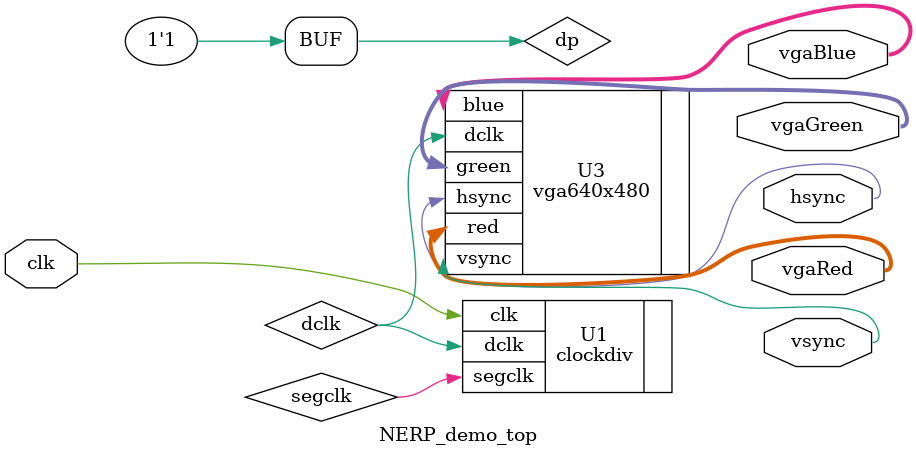
<source format=v>
`timescale 1ns / 1ps
module NERP_demo_top(
	input wire clk,			//master clock = 50MHz x 100MHz o
	//input wire clr,			//right-most pushbutton for reset
//	output wire [6:0] seg,	//7-segment display LEDs
//	output wire [3:0] an,	//7-segment display anode enable
//	output wire dp,			//7-segment display decimal point
	output wire [2:0] vgaRed,	//red vga output - 3 bits
	output wire [2:0] vgaGreen,//green vga output - 3 bits
	output wire [1:0] vgaBlue,	//blue vga output - 2 bits
	output wire hsync,		//horizontal sync out
	output wire vsync			//vertical sync out
	);

// 7-segment clock interconnect
wire segclk;

// VGA display clock interconnect
wire dclk;

// disable the 7-segment decimal points
assign dp = 1;

// generate 7-segment clock & display clock
clockdiv U1(
	.clk(clk),
	//.clr(clr),
	.segclk(segclk),
	.dclk(dclk)
	);

/*
// 7-segment display controller
segdisplay U2(
	.segclk(segclk),
	.clr(clr),
	.seg(seg),
	.an(an)
	);
*/

// VGA controller
vga640x480 U3(
	.dclk(dclk),
	//.clr(clr),
	.hsync(hsync),
	.vsync(vsync),
	.red(vgaRed),
	.green(vgaGreen),
	.blue(vgaBlue)
	);

endmodule

</source>
